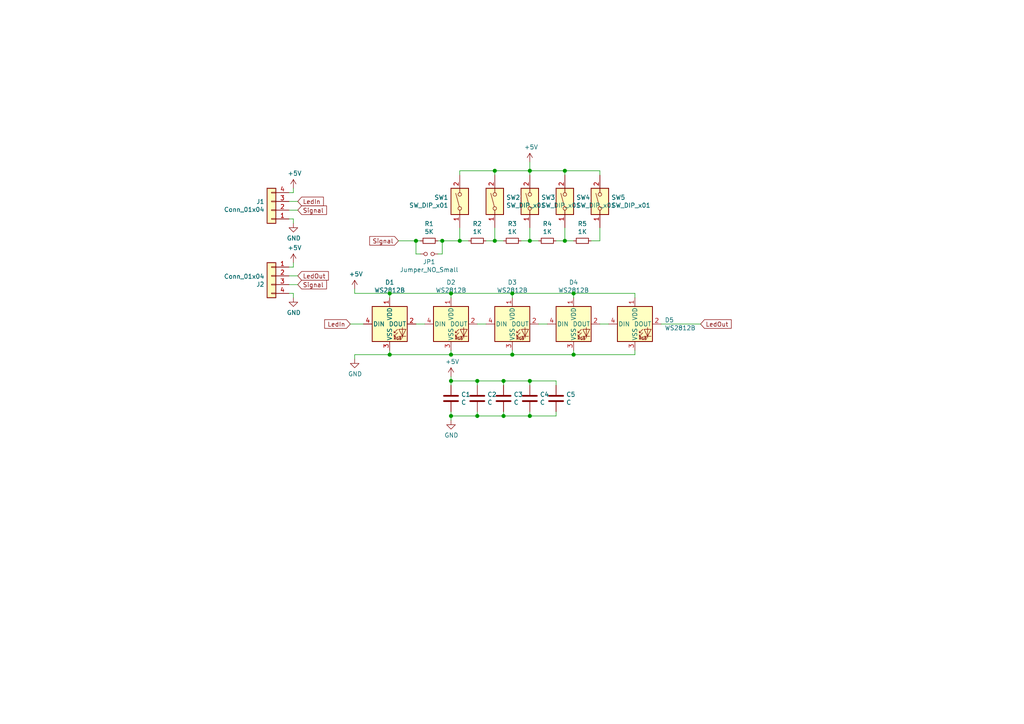
<source format=kicad_sch>
(kicad_sch (version 20201015) (generator eeschema)
  (paper "A4")
  (lib_symbols
    (symbol "Connector_Generic:Conn_01x04" (pin_names (offset 1.016) hide)
      (property "Reference" "J" (at 0 5.08 0))
      (property "Value" "Conn_01x04" (at 0 -7.62 0))
      (symbol "Conn_01x04_1_1"
        (rectangle (start -1.27 -4.953) (end 0 -5.207) (stroke (width 0.1524)))
        (rectangle (start -1.27 -2.413) (end 0 -2.667) (stroke (width 0.1524)))
        (rectangle (start -1.27 2.667) (end 0 2.413) (stroke (width 0.1524)))
        (rectangle (start -1.27 3.81) (end 1.27 -6.35) (stroke (width 0.254)) (fill (type background)))
        (rectangle (start -1.27 0.127) (end 0 -0.127) (stroke (width 0.1524)))
        (pin passive line (at -5.08 2.54 0) (length 3.81) (name "Pin_1") (number "1"))
        (pin passive line (at -5.08 0 0) (length 3.81) (name "Pin_2") (number "2"))
        (pin passive line (at -5.08 -2.54 0) (length 3.81) (name "Pin_3") (number "3"))
        (pin passive line (at -5.08 -5.08 0) (length 3.81) (name "Pin_4") (number "4"))
      )
    )
    (symbol "Device:C" (pin_numbers hide) (pin_names (offset 0.254))
      (property "Reference" "C" (at 0.635 2.54 0))
      (property "Value" "C" (at 0.635 -2.54 0))
      (symbol "C_0_1"
        (polyline (pts (xy -2.032 -0.762) (xy 2.032 -0.762)) (stroke (width 0.508)))
        (polyline (pts (xy -2.032 0.762) (xy 2.032 0.762)) (stroke (width 0.508)))
      )
      (symbol "C_1_1"
        (pin passive line (at 0 3.81 270) (length 2.794) (name "~") (number "1"))
        (pin passive line (at 0 -3.81 90) (length 2.794) (name "~") (number "2"))
      )
    )
    (symbol "Device:Jumper_NO_Small" (pin_numbers hide) (pin_names (offset 0.762) hide)
      (property "Reference" "JP" (at 0 2.032 0))
      (property "Value" "Jumper_NO_Small" (at 0.254 -1.524 0))
      (symbol "Jumper_NO_Small_0_1"
        (circle (center -1.016 0) (radius 0.508))
        (circle (center 1.016 0) (radius 0.508))
        (pin passive line (at -2.54 0 0) (length 1.016) (name "1") (number "1"))
        (pin passive line (at 2.54 0 180) (length 1.016) (name "2") (number "2"))
      )
    )
    (symbol "Device:R_Small" (pin_numbers hide) (pin_names (offset 0.254) hide)
      (property "Reference" "R" (at 0.762 0.508 0))
      (property "Value" "R_Small" (at 0.762 -1.016 0))
      (symbol "R_Small_0_1"
        (rectangle (start -0.762 1.778) (end 0.762 -1.778) (stroke (width 0.2032)))
      )
      (symbol "R_Small_1_1"
        (pin passive line (at 0 2.54 270) (length 0.762) (name "~") (number "1"))
        (pin passive line (at 0 -2.54 90) (length 0.762) (name "~") (number "2"))
      )
    )
    (symbol "LED:WS2812B" (pin_names (offset 0.254))
      (property "Reference" "D" (at 5.08 5.715 0))
      (property "Value" "WS2812B" (at 1.27 -5.715 0))
      (symbol "WS2812B_0_0"
        (text "RGB" (at 2.286 -4.191 0) (effects (font (size 0.762 0.762))))
      )
      (symbol "WS2812B_0_1"
        (rectangle (start 5.08 5.08) (end -5.08 -5.08) (stroke (width 0.254)) (fill (type background)))
        (polyline (pts (xy 1.27 -3.556) (xy 1.778 -3.556)))
        (polyline (pts (xy 1.27 -2.54) (xy 1.778 -2.54)))
        (polyline (pts (xy 4.699 -3.556) (xy 2.667 -3.556)))
        (polyline (pts (xy 2.286 -2.54) (xy 1.27 -3.556) (xy 1.27 -3.048)))
        (polyline (pts (xy 2.286 -1.524) (xy 1.27 -2.54) (xy 1.27 -2.032)))
        (polyline (pts (xy 3.683 -1.016) (xy 3.683 -3.556) (xy 3.683 -4.064)))
        (polyline (pts (xy 4.699 -1.524) (xy 2.667 -1.524) (xy 3.683 -3.556) (xy 4.699 -1.524)))
      )
      (symbol "WS2812B_1_1"
        (pin power_in line (at 0 7.62 270) (length 2.54) (name "VDD") (number "1"))
        (pin output line (at 7.62 0 180) (length 2.54) (name "DOUT") (number "2"))
        (pin power_in line (at 0 -7.62 90) (length 2.54) (name "VSS") (number "3"))
        (pin input line (at -7.62 0 0) (length 2.54) (name "DIN") (number "4"))
      )
    )
    (symbol "Switch:SW_DIP_x01" (pin_names (offset 0) hide)
      (property "Reference" "SW" (at 0 3.81 0))
      (property "Value" "SW_DIP_x01" (at 0 -3.81 0))
      (symbol "SW_DIP_x01_0_0"
        (circle (center -2.032 0) (radius 0.508))
        (circle (center 2.032 0) (radius 0.508))
        (polyline (pts (xy -1.524 0.127) (xy 2.3622 1.1684)))
      )
      (symbol "SW_DIP_x01_0_1"
        (rectangle (start -3.81 2.54) (end 3.81 -2.54) (stroke (width 0.254)) (fill (type background)))
      )
      (symbol "SW_DIP_x01_1_1"
        (pin passive line (at -7.62 0 0) (length 5.08) (name "~") (number "1"))
        (pin passive line (at 7.62 0 180) (length 5.08) (name "~") (number "2"))
      )
    )
    (symbol "power:+5V" (power) (pin_names (offset 0))
      (property "Value" "+5V" (at 0 3.556 0))
      (symbol "+5V_0_1"
        (polyline (pts (xy -0.762 1.27) (xy 0 2.54)))
        (polyline (pts (xy 0 0) (xy 0 2.54)))
        (polyline (pts (xy 0 2.54) (xy 0.762 1.27)))
      )
      (symbol "+5V_1_1"
        (pin power_in line (at 0 0 90) (length 0) hide (name "+5V") (number "1"))
      )
    )
    (symbol "power:GND" (power) (pin_names (offset 0))
      (property "Value" "GND" (at 0 -3.81 0))
      (symbol "GND_0_1"
        (polyline (pts (xy 0 0) (xy 0 -1.27) (xy 1.27 -1.27) (xy 0 -2.54) (xy -1.27 -1.27) (xy 0 -1.27)))
      )
      (symbol "GND_1_1"
        (pin power_in line (at 0 0 270) (length 0) hide (name "GND") (number "1"))
      )
    )
  )
  (junction (at 113.03 85.09) (diameter 1.016))
  (junction (at 113.03 102.87) (diameter 1.016))
  (junction (at 120.65 69.85) (diameter 1.016))
  (junction (at 128.27 69.85) (diameter 1.016))
  (junction (at 130.81 85.09) (diameter 1.016))
  (junction (at 130.81 102.87) (diameter 1.016))
  (junction (at 130.81 110.49) (diameter 1.016))
  (junction (at 130.81 120.65) (diameter 1.016))
  (junction (at 133.35 69.85) (diameter 1.016))
  (junction (at 138.43 110.49) (diameter 1.016))
  (junction (at 138.43 120.65) (diameter 1.016))
  (junction (at 143.51 49.53) (diameter 1.016))
  (junction (at 143.51 69.85) (diameter 1.016))
  (junction (at 146.05 110.49) (diameter 1.016))
  (junction (at 146.05 120.65) (diameter 1.016))
  (junction (at 148.59 85.09) (diameter 1.016))
  (junction (at 148.59 102.87) (diameter 1.016))
  (junction (at 153.67 49.53) (diameter 1.016))
  (junction (at 153.67 69.85) (diameter 1.016))
  (junction (at 153.67 110.49) (diameter 1.016))
  (junction (at 153.67 120.65) (diameter 1.016))
  (junction (at 163.83 49.53) (diameter 1.016))
  (junction (at 163.83 69.85) (diameter 1.016))
  (junction (at 166.37 85.09) (diameter 1.016))
  (junction (at 166.37 102.87) (diameter 1.016))
  (wire (pts (xy 83.82 55.88) (xy 85.09 55.88)))
  (wire (pts (xy 83.82 58.42) (xy 86.36 58.42)))
  (wire (pts (xy 83.82 60.96) (xy 86.36 60.96)))
  (wire (pts (xy 83.82 63.5) (xy 85.09 63.5)))
  (wire (pts (xy 83.82 77.47) (xy 85.09 77.47)))
  (wire (pts (xy 83.82 80.01) (xy 86.36 80.01)))
  (wire (pts (xy 83.82 82.55) (xy 86.36 82.55)))
  (wire (pts (xy 83.82 85.09) (xy 85.09 85.09)))
  (wire (pts (xy 85.09 54.61) (xy 85.09 55.88)))
  (wire (pts (xy 85.09 63.5) (xy 85.09 64.77)))
  (wire (pts (xy 85.09 77.47) (xy 85.09 76.2)))
  (wire (pts (xy 85.09 86.36) (xy 85.09 85.09)))
  (wire (pts (xy 101.6 93.98) (xy 105.41 93.98)))
  (wire (pts (xy 102.87 85.09) (xy 102.87 83.82)))
  (wire (pts (xy 102.87 102.87) (xy 102.87 104.14)))
  (wire (pts (xy 113.03 85.09) (xy 102.87 85.09)))
  (wire (pts (xy 113.03 86.36) (xy 113.03 85.09)))
  (wire (pts (xy 113.03 101.6) (xy 113.03 102.87)))
  (wire (pts (xy 113.03 102.87) (xy 102.87 102.87)))
  (wire (pts (xy 115.57 69.85) (xy 120.65 69.85)))
  (wire (pts (xy 120.65 69.85) (xy 121.92 69.85)))
  (wire (pts (xy 120.65 73.66) (xy 120.65 69.85)))
  (wire (pts (xy 120.65 93.98) (xy 123.19 93.98)))
  (wire (pts (xy 121.92 73.66) (xy 120.65 73.66)))
  (wire (pts (xy 127 69.85) (xy 128.27 69.85)))
  (wire (pts (xy 127 73.66) (xy 128.27 73.66)))
  (wire (pts (xy 128.27 69.85) (xy 133.35 69.85)))
  (wire (pts (xy 128.27 73.66) (xy 128.27 69.85)))
  (wire (pts (xy 130.81 85.09) (xy 113.03 85.09)))
  (wire (pts (xy 130.81 86.36) (xy 130.81 85.09)))
  (wire (pts (xy 130.81 101.6) (xy 130.81 102.87)))
  (wire (pts (xy 130.81 102.87) (xy 113.03 102.87)))
  (wire (pts (xy 130.81 110.49) (xy 130.81 109.22)))
  (wire (pts (xy 130.81 110.49) (xy 130.81 111.76)))
  (wire (pts (xy 130.81 119.38) (xy 130.81 120.65)))
  (wire (pts (xy 130.81 120.65) (xy 130.81 121.92)))
  (wire (pts (xy 130.81 120.65) (xy 138.43 120.65)))
  (wire (pts (xy 133.35 49.53) (xy 143.51 49.53)))
  (wire (pts (xy 133.35 50.8) (xy 133.35 49.53)))
  (wire (pts (xy 133.35 66.04) (xy 133.35 69.85)))
  (wire (pts (xy 133.35 69.85) (xy 135.89 69.85)))
  (wire (pts (xy 138.43 93.98) (xy 140.97 93.98)))
  (wire (pts (xy 138.43 110.49) (xy 130.81 110.49)))
  (wire (pts (xy 138.43 110.49) (xy 138.43 111.76)))
  (wire (pts (xy 138.43 119.38) (xy 138.43 120.65)))
  (wire (pts (xy 138.43 120.65) (xy 146.05 120.65)))
  (wire (pts (xy 140.97 69.85) (xy 143.51 69.85)))
  (wire (pts (xy 143.51 49.53) (xy 143.51 50.8)))
  (wire (pts (xy 143.51 49.53) (xy 153.67 49.53)))
  (wire (pts (xy 143.51 66.04) (xy 143.51 69.85)))
  (wire (pts (xy 143.51 69.85) (xy 146.05 69.85)))
  (wire (pts (xy 146.05 110.49) (xy 138.43 110.49)))
  (wire (pts (xy 146.05 110.49) (xy 146.05 111.76)))
  (wire (pts (xy 146.05 119.38) (xy 146.05 120.65)))
  (wire (pts (xy 146.05 120.65) (xy 153.67 120.65)))
  (wire (pts (xy 148.59 85.09) (xy 130.81 85.09)))
  (wire (pts (xy 148.59 86.36) (xy 148.59 85.09)))
  (wire (pts (xy 148.59 101.6) (xy 148.59 102.87)))
  (wire (pts (xy 148.59 102.87) (xy 130.81 102.87)))
  (wire (pts (xy 151.13 69.85) (xy 153.67 69.85)))
  (wire (pts (xy 153.67 46.99) (xy 153.67 49.53)))
  (wire (pts (xy 153.67 49.53) (xy 153.67 50.8)))
  (wire (pts (xy 153.67 49.53) (xy 163.83 49.53)))
  (wire (pts (xy 153.67 66.04) (xy 153.67 69.85)))
  (wire (pts (xy 153.67 69.85) (xy 156.21 69.85)))
  (wire (pts (xy 153.67 110.49) (xy 146.05 110.49)))
  (wire (pts (xy 153.67 110.49) (xy 153.67 111.76)))
  (wire (pts (xy 153.67 119.38) (xy 153.67 120.65)))
  (wire (pts (xy 153.67 120.65) (xy 161.29 120.65)))
  (wire (pts (xy 156.21 93.98) (xy 158.75 93.98)))
  (wire (pts (xy 161.29 69.85) (xy 163.83 69.85)))
  (wire (pts (xy 161.29 110.49) (xy 153.67 110.49)))
  (wire (pts (xy 161.29 111.76) (xy 161.29 110.49)))
  (wire (pts (xy 161.29 119.38) (xy 161.29 120.65)))
  (wire (pts (xy 163.83 49.53) (xy 163.83 50.8)))
  (wire (pts (xy 163.83 49.53) (xy 173.99 49.53)))
  (wire (pts (xy 163.83 66.04) (xy 163.83 69.85)))
  (wire (pts (xy 163.83 69.85) (xy 166.37 69.85)))
  (wire (pts (xy 166.37 85.09) (xy 148.59 85.09)))
  (wire (pts (xy 166.37 85.09) (xy 184.15 85.09)))
  (wire (pts (xy 166.37 86.36) (xy 166.37 85.09)))
  (wire (pts (xy 166.37 101.6) (xy 166.37 102.87)))
  (wire (pts (xy 166.37 102.87) (xy 148.59 102.87)))
  (wire (pts (xy 171.45 69.85) (xy 173.99 69.85)))
  (wire (pts (xy 173.99 49.53) (xy 173.99 50.8)))
  (wire (pts (xy 173.99 69.85) (xy 173.99 66.04)))
  (wire (pts (xy 173.99 93.98) (xy 176.53 93.98)))
  (wire (pts (xy 184.15 86.36) (xy 184.15 85.09)))
  (wire (pts (xy 184.15 101.6) (xy 184.15 102.87)))
  (wire (pts (xy 184.15 102.87) (xy 166.37 102.87)))
  (wire (pts (xy 191.77 93.98) (xy 203.2 93.98)))
  (global_label "LedIn" (shape input) (at 86.36 58.42 0) (property "Intersheet References" "${INTERSHEET_REFS}" (effects hide)))
  (global_label "Signal" (shape input) (at 86.36 60.96 0) (property "Intersheet References" "${INTERSHEET_REFS}" (effects hide)))
  (global_label "LedOut" (shape input) (at 86.36 80.01 0) (property "Intersheet References" "${INTERSHEET_REFS}" (effects hide)))
  (global_label "Signal" (shape input) (at 86.36 82.55 0) (property "Intersheet References" "${INTERSHEET_REFS}" (effects hide)))
  (global_label "LedIn" (shape input) (at 101.6 93.98 180) (property "Intersheet References" "${INTERSHEET_REFS}" (effects hide)))
  (global_label "Signal" (shape input) (at 115.57 69.85 180) (property "Intersheet References" "${INTERSHEET_REFS}" (effects hide)))
  (global_label "LedOut" (shape input) (at 203.2 93.98 0) (property "Intersheet References" "${INTERSHEET_REFS}" (effects hide)))
  (symbol (lib_id "Device:Jumper_NO_Small") (at 124.46 73.66 0) (unit 1)
    (property "Reference" "JP1" (at 124.46 75.9524 0))
    (property "Value" "Jumper_NO_Small" (at 124.46 78.2511 0))
    (property "Footprint" "Jumper:SolderJumper-2_P1.3mm_Open_Pad1.0x1.5mm" (effects hide))
  )
  (symbol (lib_id "power:+5V") (at 85.09 54.61 0) (unit 1)
    (property "Reference" "#PWR0109" (effects hide))
    (property "Value" "+5V" (at 85.4583 50.2856 0))
  )
  (symbol (lib_id "power:+5V") (at 85.09 76.2 0) (unit 1)
    (property "Reference" "#PWR0107" (effects hide))
    (property "Value" "+5V" (at 85.4583 71.8756 0))
  )
  (symbol (lib_id "power:+5V") (at 102.87 83.82 0) (unit 1)
    (property "Reference" "#PWR0102" (effects hide))
    (property "Value" "+5V" (at 103.2383 79.4956 0))
  )
  (symbol (lib_id "power:+5V") (at 130.81 109.22 0) (unit 1)
    (property "Reference" "#PWR0104" (effects hide))
    (property "Value" "+5V" (at 131.1783 104.8956 0))
  )
  (symbol (lib_id "power:+5V") (at 153.67 46.99 0) (unit 1)
    (property "Reference" "#PWR0105" (effects hide))
    (property "Value" "+5V" (at 154.0383 42.6656 0))
  )
  (symbol (lib_id "power:GND") (at 85.09 64.77 0) (unit 1)
    (property "Reference" "#PWR0108" (effects hide))
    (property "Value" "GND" (at 85.2043 69.0944 0))
  )
  (symbol (lib_id "power:GND") (at 85.09 86.36 0) (unit 1)
    (property "Reference" "#PWR0106" (effects hide))
    (property "Value" "GND" (at 85.2043 90.6844 0))
  )
  (symbol (lib_id "power:GND") (at 102.87 104.14 0) (unit 1)
    (property "Reference" "#PWR0103" (effects hide))
    (property "Value" "GND" (at 102.9843 108.4644 0))
  )
  (symbol (lib_id "power:GND") (at 130.81 121.92 0) (unit 1)
    (property "Reference" "#PWR0101" (effects hide))
    (property "Value" "GND" (at 130.9243 126.2444 0))
  )
  (symbol (lib_id "Device:R_Small") (at 124.46 69.85 270) (unit 1)
    (property "Reference" "R1" (at 124.46 64.9032 90))
    (property "Value" "5K" (at 124.46 67.2019 90))
    (property "Footprint" "Resistor_SMD:R_1206_3216Metric_Pad1.30x1.75mm_HandSolder" (effects hide))
  )
  (symbol (lib_id "Device:R_Small") (at 138.43 69.85 90) (unit 1)
    (property "Reference" "R2" (at 138.43 64.9032 90))
    (property "Value" "1K" (at 138.43 67.2019 90))
    (property "Footprint" "Resistor_SMD:R_1206_3216Metric_Pad1.30x1.75mm_HandSolder" (effects hide))
  )
  (symbol (lib_id "Device:R_Small") (at 148.59 69.85 90) (unit 1)
    (property "Reference" "R3" (at 148.59 64.9032 90))
    (property "Value" "1K" (at 148.59 67.2019 90))
    (property "Footprint" "Resistor_SMD:R_1206_3216Metric_Pad1.30x1.75mm_HandSolder" (effects hide))
  )
  (symbol (lib_id "Device:R_Small") (at 158.75 69.85 90) (unit 1)
    (property "Reference" "R4" (at 158.75 64.9032 90))
    (property "Value" "1K" (at 158.75 67.2019 90))
    (property "Footprint" "Resistor_SMD:R_1206_3216Metric_Pad1.30x1.75mm_HandSolder" (effects hide))
  )
  (symbol (lib_id "Device:R_Small") (at 168.91 69.85 90) (unit 1)
    (property "Reference" "R5" (at 168.91 64.9032 90))
    (property "Value" "1K" (at 168.91 67.2019 90))
    (property "Footprint" "Resistor_SMD:R_1206_3216Metric_Pad1.30x1.75mm_HandSolder" (effects hide))
  )
  (symbol (lib_id "Device:C") (at 130.81 115.57 0) (unit 1)
    (property "Reference" "C1" (at 133.7311 114.4206 0) (effects (justify left)))
    (property "Value" "C" (at 133.7311 116.7193 0) (effects (justify left)))
    (property "Footprint" "Capacitor_SMD:C_1206_3216Metric_Pad1.33x1.80mm_HandSolder" (effects hide))
  )
  (symbol (lib_id "Device:C") (at 138.43 115.57 0) (unit 1)
    (property "Reference" "C2" (at 141.3511 114.4206 0) (effects (justify left)))
    (property "Value" "C" (at 141.3511 116.7193 0) (effects (justify left)))
    (property "Footprint" "Capacitor_SMD:C_1206_3216Metric_Pad1.33x1.80mm_HandSolder" (effects hide))
  )
  (symbol (lib_id "Device:C") (at 146.05 115.57 0) (unit 1)
    (property "Reference" "C3" (at 148.9711 114.4206 0) (effects (justify left)))
    (property "Value" "C" (at 148.9711 116.7193 0) (effects (justify left)))
    (property "Footprint" "Capacitor_SMD:C_1206_3216Metric_Pad1.33x1.80mm_HandSolder" (effects hide))
  )
  (symbol (lib_id "Device:C") (at 153.67 115.57 0) (unit 1)
    (property "Reference" "C4" (at 156.5911 114.4206 0) (effects (justify left)))
    (property "Value" "C" (at 156.5911 116.7193 0) (effects (justify left)))
    (property "Footprint" "Capacitor_SMD:C_1206_3216Metric_Pad1.33x1.80mm_HandSolder" (effects hide))
  )
  (symbol (lib_id "Device:C") (at 161.29 115.57 0) (unit 1)
    (property "Reference" "C5" (at 164.2111 114.4206 0) (effects (justify left)))
    (property "Value" "C" (at 164.2111 116.7193 0) (effects (justify left)))
    (property "Footprint" "Capacitor_SMD:C_1206_3216Metric_Pad1.33x1.80mm_HandSolder" (effects hide))
  )
  (symbol (lib_id "Connector_Generic:Conn_01x04") (at 78.74 60.96 180) (unit 1)
    (property "Reference" "J1" (at 76.7079 58.4898 0) (effects (justify left)))
    (property "Value" "Conn_01x04" (at 76.7079 60.7885 0) (effects (justify left)))
    (property "Footprint" "BarbaLib:PinHeader_1x04_22.54mm_Horizontal_SMD_Line" (effects hide))
  )
  (symbol (lib_id "Connector_Generic:Conn_01x04") (at 78.74 80.01 0) (mirror y) (unit 1)
    (property "Reference" "J2" (at 76.7079 82.4802 0) (effects (justify left)))
    (property "Value" "Conn_01x04" (at 76.7079 80.1815 0) (effects (justify left)))
    (property "Footprint" "BarbaLib:PinHeader_1x04_22.54mm_Horizontal_SMD_Line" (effects hide))
  )
  (symbol (lib_id "Switch:SW_DIP_x01") (at 133.35 58.42 90) (unit 1)
    (property "Reference" "SW1" (at 130.048 57.2706 90) (effects (justify left)))
    (property "Value" "SW_DIP_x01" (at 130.048 59.5693 90) (effects (justify left)))
    (property "Footprint" "Button_Switch_SMD:SW_Push_1P1T_NO_6x6mm_H9.5mm" (effects hide))
  )
  (symbol (lib_id "Switch:SW_DIP_x01") (at 143.51 58.42 90) (unit 1)
    (property "Reference" "SW2" (at 146.8121 57.2706 90) (effects (justify right)))
    (property "Value" "SW_DIP_x01" (at 146.8121 59.5693 90) (effects (justify right)))
    (property "Footprint" "Button_Switch_SMD:SW_Push_1P1T_NO_6x6mm_H9.5mm" (effects hide))
  )
  (symbol (lib_id "Switch:SW_DIP_x01") (at 153.67 58.42 90) (unit 1)
    (property "Reference" "SW3" (at 156.9721 57.2706 90) (effects (justify right)))
    (property "Value" "SW_DIP_x01" (at 156.9721 59.5693 90) (effects (justify right)))
    (property "Footprint" "Button_Switch_SMD:SW_Push_1P1T_NO_6x6mm_H9.5mm" (effects hide))
  )
  (symbol (lib_id "Switch:SW_DIP_x01") (at 163.83 58.42 90) (unit 1)
    (property "Reference" "SW4" (at 167.1321 57.2706 90) (effects (justify right)))
    (property "Value" "SW_DIP_x01" (at 167.1321 59.5693 90) (effects (justify right)))
    (property "Footprint" "Button_Switch_SMD:SW_Push_1P1T_NO_6x6mm_H9.5mm" (effects hide))
  )
  (symbol (lib_id "Switch:SW_DIP_x01") (at 173.99 58.42 90) (unit 1)
    (property "Reference" "SW5" (at 177.2921 57.2706 90) (effects (justify right)))
    (property "Value" "SW_DIP_x01" (at 177.2921 59.5693 90) (effects (justify right)))
    (property "Footprint" "Button_Switch_SMD:SW_Push_1P1T_NO_6x6mm_H9.5mm" (effects hide))
  )
  (symbol (lib_id "LED:WS2812B") (at 113.03 93.98 0) (unit 1)
    (property "Reference" "D1" (at 113.03 81.8958 0))
    (property "Value" "WS2812B" (at 113.03 84.1945 0))
    (property "Footprint" "LED_SMD:LED_WS2812B_PLCC4_5.0x5.0mm_P3.2mm" (effects hide))
    (property "Datasheet" "https://cdn-shop.adafruit.com/datasheets/WS2812B.pdf" (effects hide))
  )
  (symbol (lib_id "LED:WS2812B") (at 130.81 93.98 0) (unit 1)
    (property "Reference" "D2" (at 130.81 81.8958 0))
    (property "Value" "WS2812B" (at 130.81 84.1945 0))
    (property "Footprint" "LED_SMD:LED_WS2812B_PLCC4_5.0x5.0mm_P3.2mm" (effects hide))
    (property "Datasheet" "https://cdn-shop.adafruit.com/datasheets/WS2812B.pdf" (effects hide))
  )
  (symbol (lib_id "LED:WS2812B") (at 148.59 93.98 0) (unit 1)
    (property "Reference" "D3" (at 148.59 81.8958 0))
    (property "Value" "WS2812B" (at 148.59 84.1945 0))
    (property "Footprint" "LED_SMD:LED_WS2812B_PLCC4_5.0x5.0mm_P3.2mm" (effects hide))
    (property "Datasheet" "https://cdn-shop.adafruit.com/datasheets/WS2812B.pdf" (effects hide))
  )
  (symbol (lib_id "LED:WS2812B") (at 166.37 93.98 0) (unit 1)
    (property "Reference" "D4" (at 166.37 81.8958 0))
    (property "Value" "WS2812B" (at 166.37 84.1945 0))
    (property "Footprint" "LED_SMD:LED_WS2812B_PLCC4_5.0x5.0mm_P3.2mm" (effects hide))
    (property "Datasheet" "https://cdn-shop.adafruit.com/datasheets/WS2812B.pdf" (effects hide))
  )
  (symbol (lib_id "LED:WS2812B") (at 184.15 93.98 0) (unit 1)
    (property "Reference" "D5" (at 192.7861 92.8306 0) (effects (justify left)))
    (property "Value" "WS2812B" (at 192.7861 95.1293 0) (effects (justify left)))
    (property "Footprint" "LED_SMD:LED_WS2812B_PLCC4_5.0x5.0mm_P3.2mm" (effects hide))
    (property "Datasheet" "https://cdn-shop.adafruit.com/datasheets/WS2812B.pdf" (effects hide))
  )
)
</source>
